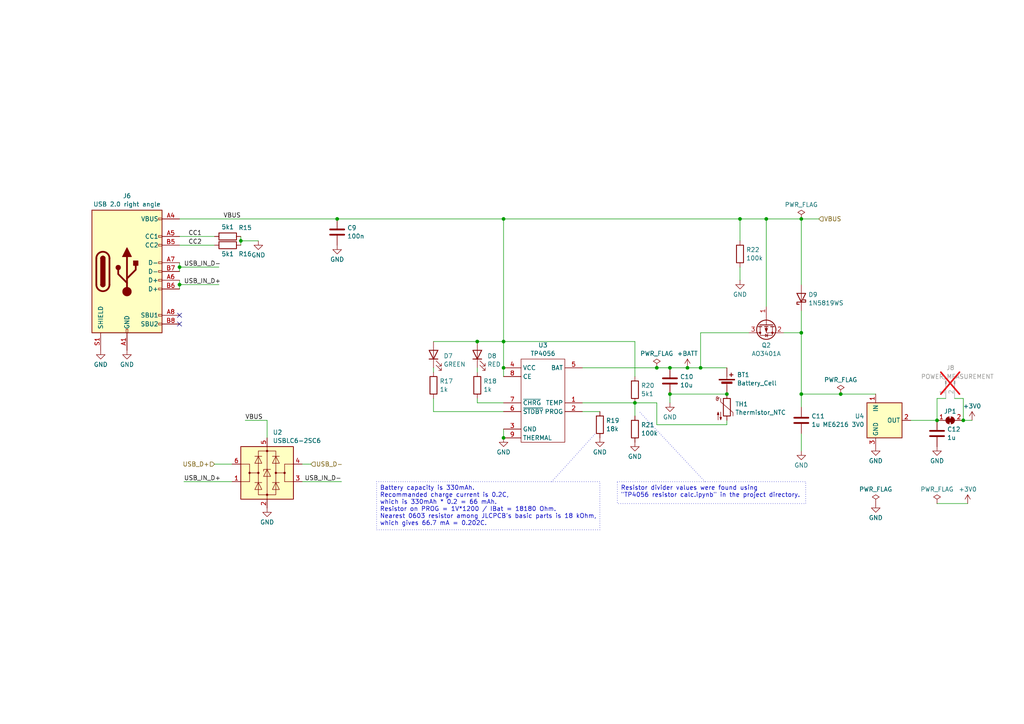
<source format=kicad_sch>
(kicad_sch (version 20230121) (generator eeschema)
  (paper "A4")
  (lib_symbols
    (symbol "Connector:Conn_01x02_Pin" (pin_names (offset 1.016) hide)
      (property "Reference" "J" (at 0 2.54 0))
      (property "Value" "Conn_01x02_Pin" (at 0 -5.08 0))
      (symbol "Conn_01x02_Pin_1_1"
        (polyline (pts (xy 1.27 -2.54) (xy 0.8636 -2.54)) (stroke (width 0.1524)))
        (polyline (pts (xy 1.27 0) (xy 0.8636 0)) (stroke (width 0.1524)))
        (rectangle (start 0.8636 -2.413) (end 0 -2.667) (stroke (width 0.1524)) (fill (type outline)))
        (rectangle (start 0.8636 0.127) (end 0 -0.127) (stroke (width 0.1524)) (fill (type outline)))
        (pin passive line (at 5.08 0 180) (length 3.81) (name "Pin_1") (number "1"))
        (pin passive line (at 5.08 -2.54 180) (length 3.81) (name "Pin_2") (number "2"))
      )
    )
    (symbol "Connector:USB_C_Receptacle_USB2.0" (pin_names (offset 1.016))
      (property "Reference" "J" (at -10.16 19.05 0))
      (property "Value" "USB_C_Receptacle_USB2.0" (at 19.05 19.05 0))
      (symbol "USB_C_Receptacle_USB2.0_0_0"
        (rectangle (start -0.254 -17.78) (end 0.254 -16.764))
        (rectangle (start 10.16 -14.986) (end 9.144 -15.494))
        (rectangle (start 10.16 -12.446) (end 9.144 -12.954))
        (rectangle (start 10.16 -4.826) (end 9.144 -5.334))
        (rectangle (start 10.16 -2.286) (end 9.144 -2.794))
        (rectangle (start 10.16 0.254) (end 9.144 -0.254))
        (rectangle (start 10.16 2.794) (end 9.144 2.286))
        (rectangle (start 10.16 7.874) (end 9.144 7.366))
        (rectangle (start 10.16 10.414) (end 9.144 9.906))
        (rectangle (start 10.16 15.494) (end 9.144 14.986))
      )
      (symbol "USB_C_Receptacle_USB2.0_0_1"
        (rectangle (start -10.16 17.78) (end 10.16 -17.78) (stroke (width 0.254)) (fill (type background)))
        (arc (start -8.89 -3.81) (mid -6.985 -5.7067) (end -5.08 -3.81) (stroke (width 0.508)))
        (arc (start -7.62 -3.81) (mid -6.985 -4.4423) (end -6.35 -3.81) (stroke (width 0.254)))
        (arc (start -7.62 -3.81) (mid -6.985 -4.4423) (end -6.35 -3.81) (stroke (width 0.254)) (fill (type outline)))
        (rectangle (start -7.62 -3.81) (end -6.35 3.81) (stroke (width 0.254)) (fill (type outline)))
        (arc (start -6.35 3.81) (mid -6.985 4.4423) (end -7.62 3.81) (stroke (width 0.254)))
        (arc (start -6.35 3.81) (mid -6.985 4.4423) (end -7.62 3.81) (stroke (width 0.254)) (fill (type outline)))
        (arc (start -5.08 3.81) (mid -6.985 5.7067) (end -8.89 3.81) (stroke (width 0.508)))
        (circle (center -2.54 1.143) (radius 0.635) (stroke (width 0.254)) (fill (type outline)))
        (circle (center 0 -5.842) (radius 1.27) (fill (type outline)))
        (polyline (pts (xy -8.89 -3.81) (xy -8.89 3.81)) (stroke (width 0.508)))
        (polyline (pts (xy -5.08 3.81) (xy -5.08 -3.81)) (stroke (width 0.508)))
        (polyline (pts (xy 0 -5.842) (xy 0 4.318)) (stroke (width 0.508)))
        (polyline (pts (xy 0 -3.302) (xy -2.54 -0.762) (xy -2.54 0.508)) (stroke (width 0.508)))
        (polyline (pts (xy 0 -2.032) (xy 2.54 0.508) (xy 2.54 1.778)) (stroke (width 0.508)))
        (polyline (pts (xy -1.27 4.318) (xy 0 6.858) (xy 1.27 4.318) (xy -1.27 4.318)) (stroke (width 0.254)) (fill (type outline)))
        (rectangle (start 1.905 1.778) (end 3.175 3.048) (stroke (width 0.254)) (fill (type outline)))
      )
      (symbol "USB_C_Receptacle_USB2.0_1_1"
        (pin passive line (at 0 -22.86 90) (length 5.08) (name "GND") (number "A1"))
        (pin passive line (at 0 -22.86 90) (length 5.08) hide (name "GND") (number "A12"))
        (pin passive line (at 15.24 15.24 180) (length 5.08) (name "VBUS") (number "A4"))
        (pin bidirectional line (at 15.24 10.16 180) (length 5.08) (name "CC1") (number "A5"))
        (pin bidirectional line (at 15.24 -2.54 180) (length 5.08) (name "D+") (number "A6"))
        (pin bidirectional line (at 15.24 2.54 180) (length 5.08) (name "D-") (number "A7"))
        (pin bidirectional line (at 15.24 -12.7 180) (length 5.08) (name "SBU1") (number "A8"))
        (pin passive line (at 15.24 15.24 180) (length 5.08) hide (name "VBUS") (number "A9"))
        (pin passive line (at 0 -22.86 90) (length 5.08) hide (name "GND") (number "B1"))
        (pin passive line (at 0 -22.86 90) (length 5.08) hide (name "GND") (number "B12"))
        (pin passive line (at 15.24 15.24 180) (length 5.08) hide (name "VBUS") (number "B4"))
        (pin bidirectional line (at 15.24 7.62 180) (length 5.08) (name "CC2") (number "B5"))
        (pin bidirectional line (at 15.24 -5.08 180) (length 5.08) (name "D+") (number "B6"))
        (pin bidirectional line (at 15.24 0 180) (length 5.08) (name "D-") (number "B7"))
        (pin bidirectional line (at 15.24 -15.24 180) (length 5.08) (name "SBU2") (number "B8"))
        (pin passive line (at 15.24 15.24 180) (length 5.08) hide (name "VBUS") (number "B9"))
        (pin passive line (at -7.62 -22.86 90) (length 5.08) (name "SHIELD") (number "S1"))
      )
    )
    (symbol "Device:Battery_Cell" (pin_numbers hide) (pin_names (offset 0) hide)
      (property "Reference" "BT" (at 2.54 2.54 0))
      (property "Value" "Battery_Cell" (at 2.54 0 0))
      (symbol "Battery_Cell_0_1"
        (rectangle (start -2.286 1.778) (end 2.286 1.524) (fill (type outline)))
        (rectangle (start -1.524 1.016) (end 1.524 0.508) (fill (type outline)))
        (polyline (pts (xy 0 0.762) (xy 0 0)))
        (polyline (pts (xy 0 1.778) (xy 0 2.54)))
        (polyline (pts (xy 0.762 3.048) (xy 1.778 3.048)) (stroke (width 0.254)))
        (polyline (pts (xy 1.27 3.556) (xy 1.27 2.54)) (stroke (width 0.254)))
      )
      (symbol "Battery_Cell_1_1"
        (pin passive line (at 0 5.08 270) (length 2.54) (name "+") (number "1"))
        (pin passive line (at 0 -2.54 90) (length 2.54) (name "-") (number "2"))
      )
    )
    (symbol "Device:C" (pin_numbers hide) (pin_names (offset 0.254))
      (property "Reference" "C" (at 0.635 2.54 0))
      (property "Value" "C" (at 0.635 -2.54 0))
      (symbol "C_0_1"
        (polyline (pts (xy -2.032 -0.762) (xy 2.032 -0.762)) (stroke (width 0.508)))
        (polyline (pts (xy -2.032 0.762) (xy 2.032 0.762)) (stroke (width 0.508)))
      )
      (symbol "C_1_1"
        (pin passive line (at 0 3.81 270) (length 2.794) (name "~") (number "1"))
        (pin passive line (at 0 -3.81 90) (length 2.794) (name "~") (number "2"))
      )
    )
    (symbol "Device:LED" (pin_numbers hide) (pin_names (offset 1.016) hide)
      (property "Reference" "D" (at 0 2.54 0))
      (property "Value" "LED" (at 0 -2.54 0))
      (symbol "LED_0_1"
        (polyline (pts (xy -1.27 -1.27) (xy -1.27 1.27)) (stroke (width 0.254)))
        (polyline (pts (xy -1.27 0) (xy 1.27 0)))
        (polyline (pts (xy 1.27 -1.27) (xy 1.27 1.27) (xy -1.27 0) (xy 1.27 -1.27)) (stroke (width 0.254)))
        (polyline (pts (xy -3.048 -0.762) (xy -4.572 -2.286) (xy -3.81 -2.286) (xy -4.572 -2.286) (xy -4.572 -1.524)))
        (polyline (pts (xy -1.778 -0.762) (xy -3.302 -2.286) (xy -2.54 -2.286) (xy -3.302 -2.286) (xy -3.302 -1.524)))
      )
      (symbol "LED_1_1"
        (pin passive line (at -3.81 0 0) (length 2.54) (name "K") (number "1"))
        (pin passive line (at 3.81 0 180) (length 2.54) (name "A") (number "2"))
      )
    )
    (symbol "Device:R" (pin_numbers hide) (pin_names (offset 0))
      (property "Reference" "R" (at 2.032 0 90))
      (property "Value" "R" (at 0 0 90))
      (symbol "R_0_1"
        (rectangle (start -1.016 -2.54) (end 1.016 2.54) (stroke (width 0.254)))
      )
      (symbol "R_1_1"
        (pin passive line (at 0 3.81 270) (length 1.27) (name "~") (number "1"))
        (pin passive line (at 0 -3.81 90) (length 1.27) (name "~") (number "2"))
      )
    )
    (symbol "Device:Thermistor_NTC" (pin_numbers hide) (pin_names (offset 0))
      (property "Reference" "TH" (at -4.445 0 90))
      (property "Value" "Thermistor_NTC" (at 3.175 0 90))
      (symbol "Thermistor_NTC_0_1"
        (arc (start -3.048 2.159) (mid -3.0495 2.3143) (end -3.175 2.413))
        (arc (start -3.048 2.159) (mid -2.9736 1.9794) (end -2.794 1.905))
        (arc (start -3.048 2.794) (mid -2.9736 2.6144) (end -2.794 2.54))
        (arc (start -2.794 1.905) (mid -2.6144 1.9794) (end -2.54 2.159))
        (arc (start -2.794 2.54) (mid -2.4393 2.5587) (end -2.159 2.794))
        (arc (start -2.794 3.048) (mid -2.9736 2.9736) (end -3.048 2.794))
        (arc (start -2.54 2.794) (mid -2.6144 2.9736) (end -2.794 3.048))
        (rectangle (start -1.016 2.54) (end 1.016 -2.54) (stroke (width 0.254)))
        (polyline (pts (xy -2.54 2.159) (xy -2.54 2.794)))
        (polyline (pts (xy -1.778 2.54) (xy -1.778 1.524) (xy 1.778 -1.524) (xy 1.778 -2.54)))
        (polyline (pts (xy -2.54 -3.683) (xy -2.54 -1.397) (xy -2.794 -2.159) (xy -2.286 -2.159) (xy -2.54 -1.397) (xy -2.54 -1.651)) (fill (type outline)))
        (polyline (pts (xy -1.778 -1.397) (xy -1.778 -3.683) (xy -2.032 -2.921) (xy -1.524 -2.921) (xy -1.778 -3.683) (xy -1.778 -3.429)) (fill (type outline)))
      )
      (symbol "Thermistor_NTC_1_1"
        (pin passive line (at 0 3.81 270) (length 1.27) (name "~") (number "1"))
        (pin passive line (at 0 -3.81 90) (length 1.27) (name "~") (number "2"))
      )
    )
    (symbol "Diode:1N5819WS" (pin_numbers hide) (pin_names (offset 1.016) hide)
      (property "Reference" "D" (at 0 2.54 0))
      (property "Value" "1N5819WS" (at 0 -2.54 0))
      (symbol "1N5819WS_0_1"
        (polyline (pts (xy 1.27 0) (xy -1.27 0)))
        (polyline (pts (xy 1.27 1.27) (xy 1.27 -1.27) (xy -1.27 0) (xy 1.27 1.27)) (stroke (width 0.254)))
        (polyline (pts (xy -1.905 0.635) (xy -1.905 1.27) (xy -1.27 1.27) (xy -1.27 -1.27) (xy -0.635 -1.27) (xy -0.635 -0.635)) (stroke (width 0.254)))
      )
      (symbol "1N5819WS_1_1"
        (pin passive line (at -3.81 0 0) (length 2.54) (name "K") (number "1"))
        (pin passive line (at 3.81 0 180) (length 2.54) (name "A") (number "2"))
      )
    )
    (symbol "Jumper:SolderJumper_2_Bridged" (pin_names (offset 0) hide)
      (property "Reference" "JP" (at 0 2.032 0))
      (property "Value" "SolderJumper_2_Bridged" (at 0 -2.54 0))
      (symbol "SolderJumper_2_Bridged_0_1"
        (rectangle (start -0.508 0.508) (end 0.508 -0.508) (fill (type outline)))
        (arc (start -0.254 1.016) (mid -1.2656 0) (end -0.254 -1.016))
        (arc (start -0.254 1.016) (mid -1.2656 0) (end -0.254 -1.016) (fill (type outline)))
        (polyline (pts (xy -0.254 1.016) (xy -0.254 -1.016)))
        (polyline (pts (xy 0.254 1.016) (xy 0.254 -1.016)))
        (arc (start 0.254 -1.016) (mid 1.2656 0) (end 0.254 1.016))
        (arc (start 0.254 -1.016) (mid 1.2656 0) (end 0.254 1.016) (fill (type outline)))
      )
      (symbol "SolderJumper_2_Bridged_1_1"
        (pin passive line (at -3.81 0 0) (length 2.54) (name "A") (number "1"))
        (pin passive line (at 3.81 0 180) (length 2.54) (name "B") (number "2"))
      )
    )
    (symbol "Power_Protection:USBLC6-2SC6" (pin_names hide)
      (property "Reference" "U" (at 2.54 8.89 0))
      (property "Value" "USBLC6-2SC6" (at 2.54 -8.89 0))
      (symbol "USBLC6-2SC6_0_1"
        (rectangle (start -7.62 -7.62) (end 7.62 7.62) (stroke (width 0.254)) (fill (type background)))
        (circle (center -5.08 0) (radius 0.254) (fill (type outline)))
        (circle (center -2.54 0) (radius 0.254) (fill (type outline)))
        (rectangle (start -2.54 6.35) (end 2.54 -6.35))
        (circle (center 0 -6.35) (radius 0.254) (fill (type outline)))
        (polyline (pts (xy -5.08 -2.54) (xy -7.62 -2.54)))
        (polyline (pts (xy -5.08 0) (xy -5.08 -2.54)))
        (polyline (pts (xy -5.08 2.54) (xy -7.62 2.54)))
        (polyline (pts (xy -1.524 -2.794) (xy -3.556 -2.794)))
        (polyline (pts (xy -1.524 4.826) (xy -3.556 4.826)))
        (polyline (pts (xy 0 -7.62) (xy 0 -6.35)))
        (polyline (pts (xy 0 -6.35) (xy 0 1.27)))
        (polyline (pts (xy 0 1.27) (xy 0 6.35)))
        (polyline (pts (xy 0 6.35) (xy 0 7.62)))
        (polyline (pts (xy 1.524 -2.794) (xy 3.556 -2.794)))
        (polyline (pts (xy 1.524 4.826) (xy 3.556 4.826)))
        (polyline (pts (xy 5.08 -2.54) (xy 7.62 -2.54)))
        (polyline (pts (xy 5.08 0) (xy 5.08 -2.54)))
        (polyline (pts (xy 5.08 2.54) (xy 7.62 2.54)))
        (polyline (pts (xy -2.54 0) (xy -5.08 0) (xy -5.08 2.54)))
        (polyline (pts (xy 2.54 0) (xy 5.08 0) (xy 5.08 2.54)))
        (polyline (pts (xy -3.556 -4.826) (xy -1.524 -4.826) (xy -2.54 -2.794) (xy -3.556 -4.826)))
        (polyline (pts (xy -3.556 2.794) (xy -1.524 2.794) (xy -2.54 4.826) (xy -3.556 2.794)))
        (polyline (pts (xy -1.016 -1.016) (xy 1.016 -1.016) (xy 0 1.016) (xy -1.016 -1.016)))
        (polyline (pts (xy 1.016 1.016) (xy 0.762 1.016) (xy -1.016 1.016) (xy -1.016 0.508)))
        (polyline (pts (xy 3.556 -4.826) (xy 1.524 -4.826) (xy 2.54 -2.794) (xy 3.556 -4.826)))
        (polyline (pts (xy 3.556 2.794) (xy 1.524 2.794) (xy 2.54 4.826) (xy 3.556 2.794)))
        (circle (center 0 6.35) (radius 0.254) (fill (type outline)))
        (circle (center 2.54 0) (radius 0.254) (fill (type outline)))
        (circle (center 5.08 0) (radius 0.254) (fill (type outline)))
      )
      (symbol "USBLC6-2SC6_1_1"
        (pin passive line (at -10.16 -2.54 0) (length 2.54) (name "I/O1") (number "1"))
        (pin passive line (at 0 -10.16 90) (length 2.54) (name "GND") (number "2"))
        (pin passive line (at 10.16 -2.54 180) (length 2.54) (name "I/O2") (number "3"))
        (pin passive line (at 10.16 2.54 180) (length 2.54) (name "I/O2") (number "4"))
        (pin passive line (at 0 10.16 270) (length 2.54) (name "VBUS") (number "5"))
        (pin passive line (at -10.16 2.54 0) (length 2.54) (name "I/O1") (number "6"))
      )
    )
    (symbol "Transistor_FET:AO3401A" (pin_names hide)
      (property "Reference" "Q" (at 5.08 1.905 0))
      (property "Value" "AO3401A" (at 5.08 0 0))
      (symbol "AO3401A_0_1"
        (polyline (pts (xy 0.254 0) (xy -2.54 0)))
        (polyline (pts (xy 0.254 1.905) (xy 0.254 -1.905)) (stroke (width 0.254)))
        (polyline (pts (xy 0.762 -1.27) (xy 0.762 -2.286)) (stroke (width 0.254)))
        (polyline (pts (xy 0.762 0.508) (xy 0.762 -0.508)) (stroke (width 0.254)))
        (polyline (pts (xy 0.762 2.286) (xy 0.762 1.27)) (stroke (width 0.254)))
        (polyline (pts (xy 2.54 2.54) (xy 2.54 1.778)))
        (polyline (pts (xy 2.54 -2.54) (xy 2.54 0) (xy 0.762 0)))
        (polyline (pts (xy 0.762 1.778) (xy 3.302 1.778) (xy 3.302 -1.778) (xy 0.762 -1.778)))
        (polyline (pts (xy 2.286 0) (xy 1.27 0.381) (xy 1.27 -0.381) (xy 2.286 0)) (fill (type outline)))
        (polyline (pts (xy 2.794 -0.508) (xy 2.921 -0.381) (xy 3.683 -0.381) (xy 3.81 -0.254)))
        (polyline (pts (xy 3.302 -0.381) (xy 2.921 0.254) (xy 3.683 0.254) (xy 3.302 -0.381)))
        (circle (center 1.651 0) (radius 2.794) (stroke (width 0.254)))
        (circle (center 2.54 -1.778) (radius 0.254) (fill (type outline)))
        (circle (center 2.54 1.778) (radius 0.254) (fill (type outline)))
      )
      (symbol "AO3401A_1_1"
        (pin input line (at -5.08 0 0) (length 2.54) (name "G") (number "1"))
        (pin passive line (at 2.54 -5.08 90) (length 2.54) (name "S") (number "2"))
        (pin passive line (at 2.54 5.08 270) (length 2.54) (name "D") (number "3"))
      )
    )
    (symbol "local:ME6216"
      (property "Reference" "U" (at 0 6.35 0))
      (property "Value" "ME6216" (at 2.54 -6.35 0))
      (symbol "ME6216_0_1"
        (rectangle (start -5.08 5.08) (end 5.08 -5.08) (stroke (width 0.254)) (fill (type background)))
      )
      (symbol "ME6216_1_1"
        (pin power_in line (at -2.54 7.62 270) (length 2.54) (name "IN") (number "1"))
        (pin power_out line (at 7.62 0 180) (length 2.54) (name "OUT") (number "2"))
        (pin power_in line (at -2.54 -7.62 90) (length 2.54) (name "GND") (number "3"))
      )
    )
    (symbol "local:TP4056"
      (property "Reference" "U" (at 0 -1.27 0))
      (property "Value" "TP4056" (at 0 1.27 0))
      (symbol "TP4056_0_1"
        (rectangle (start -6.35 26.67) (end 6.35 2.54))
      )
      (symbol "TP4056_1_1"
        (pin input line (at 11.43 13.97 180) (length 5.08) (name "TEMP") (number "1"))
        (pin input line (at 11.43 11.43 180) (length 5.08) (name "PROG") (number "2"))
        (pin input line (at -11.43 6.35 0) (length 5.08) (name "GND") (number "3"))
        (pin power_in line (at -11.43 24.13 0) (length 5.08) (name "VCC") (number "4"))
        (pin passive line (at 11.43 24.13 180) (length 5.08) (name "BAT") (number "5"))
        (pin open_collector line (at -11.43 11.43 0) (length 5.08) (name "~{STDBY}") (number "6"))
        (pin open_collector line (at -11.43 13.97 0) (length 5.08) (name "~{CHRG}") (number "7"))
        (pin input line (at -11.43 21.59 0) (length 5.08) (name "CE") (number "8"))
        (pin input line (at -11.43 3.81 0) (length 5.08) (name "THERMAL") (number "9"))
      )
    )
    (symbol "power:+3V0" (power) (pin_names (offset 0))
      (property "Value" "+3V0" (at 0 3.556 0))
      (symbol "+3V0_0_1"
        (polyline (pts (xy -0.762 1.27) (xy 0 2.54)))
        (polyline (pts (xy 0 0) (xy 0 2.54)))
        (polyline (pts (xy 0 2.54) (xy 0.762 1.27)))
      )
      (symbol "+3V0_1_1"
        (pin power_in line (at 0 0 90) (length 0) hide (name "+3V0") (number "1"))
      )
    )
    (symbol "power:+BATT" (power) (pin_names (offset 0))
      (property "Value" "+BATT" (at 0 3.556 0))
      (symbol "+BATT_0_1"
        (polyline (pts (xy -0.762 1.27) (xy 0 2.54)))
        (polyline (pts (xy 0 0) (xy 0 2.54)))
        (polyline (pts (xy 0 2.54) (xy 0.762 1.27)))
      )
      (symbol "+BATT_1_1"
        (pin power_in line (at 0 0 90) (length 0) hide (name "+BATT") (number "1"))
      )
    )
    (symbol "power:GND" (power) (pin_names (offset 0))
      (property "Value" "GND" (at 0 -3.81 0))
      (symbol "GND_0_1"
        (polyline (pts (xy 0 0) (xy 0 -1.27) (xy 1.27 -1.27) (xy 0 -2.54) (xy -1.27 -1.27) (xy 0 -1.27)))
      )
      (symbol "GND_1_1"
        (pin power_in line (at 0 0 270) (length 0) hide (name "GND") (number "1"))
      )
    )
    (symbol "power:PWR_FLAG" (power) (pin_numbers hide) (pin_names (offset 0) hide)
      (property "Value" "PWR_FLAG" (at 0 3.81 0))
      (symbol "PWR_FLAG_0_0"
        (pin power_out line (at 0 0 90) (length 0) (name "pwr") (number "1"))
      )
      (symbol "PWR_FLAG_0_1"
        (polyline (pts (xy 0 0) (xy 0 1.27) (xy -1.016 1.905) (xy 0 2.54) (xy 1.016 1.905) (xy 0 1.27)))
      )
    )
  )
  (junction (at 222.25 63.5))
  (junction (at 194.31 106.68))
  (junction (at 184.15 116.84))
  (junction (at 138.43 99.06))
  (junction (at 214.63 63.5))
  (junction (at 69.85 69.85))
  (junction (at 190.5 106.68))
  (junction (at 279.4 121.92))
  (junction (at 146.05 63.5))
  (junction (at 146.05 106.68))
  (junction (at 232.41 114.3))
  (junction (at 210.82 114.3))
  (junction (at 194.31 114.3))
  (junction (at 146.05 127))
  (junction (at 52.07 82.55))
  (junction (at 97.79 63.5))
  (junction (at 146.05 99.06))
  (junction (at 232.41 63.5))
  (junction (at 232.41 96.52))
  (junction (at 203.2 106.68))
  (junction (at 243.84 114.3))
  (junction (at 52.07 77.47))
  (junction (at 199.39 106.68))
  (junction (at 271.78 121.92))
  (no_connect (at 52.07 91.44))
  (no_connect (at 52.07 93.98))
  (wire (pts (xy 52.07 77.47) (xy 63.5 77.47)))
  (wire (pts (xy 168.91 116.84) (xy 184.15 116.84)))
  (wire (pts (xy 138.43 115.57) (xy 138.43 116.84)))
  (wire (pts (xy 232.41 96.52) (xy 232.41 114.3)))
  (wire (pts (xy 214.63 69.85) (xy 214.63 63.5)))
  (wire (pts (xy 52.07 77.47) (xy 52.07 78.74)))
  (wire (pts (xy 62.23 134.62) (xy 67.31 134.62)))
  (wire (pts (xy 214.63 63.5) (xy 222.25 63.5)))
  (wire (pts (xy 146.05 99.06) (xy 146.05 106.68)))
  (polyline (pts (xy 204.47 139.7) (xy 185.42 119.38)) (stroke (width 0) (type dot)))
  (wire (pts (xy 146.05 124.46) (xy 146.05 127)))
  (wire (pts (xy 190.5 116.84) (xy 184.15 116.84)))
  (wire (pts (xy 168.91 106.68) (xy 190.5 106.68)))
  (wire (pts (xy 281.94 121.92) (xy 279.4 121.92)))
  (wire (pts (xy 243.84 114.3) (xy 254 114.3)))
  (wire (pts (xy 52.07 63.5) (xy 97.79 63.5)))
  (wire (pts (xy 138.43 99.06) (xy 146.05 99.06)))
  (wire (pts (xy 184.15 116.84) (xy 184.15 120.65)))
  (wire (pts (xy 69.85 69.85) (xy 69.85 71.12)))
  (wire (pts (xy 279.4 115.57) (xy 279.4 121.92)))
  (wire (pts (xy 168.91 119.38) (xy 173.99 119.38)))
  (wire (pts (xy 52.07 76.2) (xy 52.07 77.47)))
  (wire (pts (xy 146.05 63.5) (xy 214.63 63.5)))
  (wire (pts (xy 52.07 82.55) (xy 52.07 83.82)))
  (wire (pts (xy 190.5 123.19) (xy 190.5 116.84)))
  (wire (pts (xy 190.5 123.19) (xy 210.82 123.19)))
  (wire (pts (xy 232.41 82.55) (xy 232.41 63.5)))
  (wire (pts (xy 69.85 68.58) (xy 69.85 69.85)))
  (wire (pts (xy 232.41 114.3) (xy 243.84 114.3)))
  (wire (pts (xy 232.41 114.3) (xy 232.41 118.11)))
  (wire (pts (xy 62.23 68.58) (xy 52.07 68.58)))
  (wire (pts (xy 71.12 121.92) (xy 77.47 121.92)))
  (wire (pts (xy 194.31 114.3) (xy 210.82 114.3)))
  (wire (pts (xy 194.31 106.68) (xy 199.39 106.68)))
  (wire (pts (xy 222.25 63.5) (xy 222.25 88.9)))
  (wire (pts (xy 62.23 71.12) (xy 52.07 71.12)))
  (wire (pts (xy 52.07 82.55) (xy 63.5 82.55)))
  (polyline (pts (xy 160.02 139.7) (xy 172.72 125.73)) (stroke (width 0) (type dot)))
  (wire (pts (xy 232.41 125.73) (xy 232.41 130.81)))
  (wire (pts (xy 125.73 119.38) (xy 146.05 119.38)))
  (wire (pts (xy 138.43 107.95) (xy 138.43 106.68)))
  (wire (pts (xy 232.41 63.5) (xy 237.49 63.5)))
  (wire (pts (xy 271.78 115.57) (xy 271.78 121.92)))
  (wire (pts (xy 214.63 77.47) (xy 214.63 81.28)))
  (wire (pts (xy 53.34 139.7) (xy 67.31 139.7)))
  (wire (pts (xy 217.17 96.52) (xy 203.2 96.52)))
  (wire (pts (xy 232.41 90.17) (xy 232.41 96.52)))
  (wire (pts (xy 203.2 96.52) (xy 203.2 106.68)))
  (wire (pts (xy 87.63 139.7) (xy 99.06 139.7)))
  (wire (pts (xy 97.79 63.5) (xy 146.05 63.5)))
  (wire (pts (xy 146.05 63.5) (xy 146.05 99.06)))
  (wire (pts (xy 210.82 123.19) (xy 210.82 121.92)))
  (wire (pts (xy 276.86 115.57) (xy 279.4 115.57)))
  (wire (pts (xy 274.32 115.57) (xy 271.78 115.57)))
  (wire (pts (xy 190.5 106.68) (xy 194.31 106.68)))
  (wire (pts (xy 125.73 99.06) (xy 138.43 99.06)))
  (wire (pts (xy 184.15 109.22) (xy 184.15 99.06)))
  (wire (pts (xy 138.43 116.84) (xy 146.05 116.84)))
  (wire (pts (xy 227.33 96.52) (xy 232.41 96.52)))
  (wire (pts (xy 125.73 115.57) (xy 125.73 119.38)))
  (wire (pts (xy 271.78 146.05) (xy 280.67 146.05)))
  (wire (pts (xy 146.05 99.06) (xy 184.15 99.06)))
  (wire (pts (xy 52.07 81.28) (xy 52.07 82.55)))
  (wire (pts (xy 264.16 121.92) (xy 271.78 121.92)))
  (wire (pts (xy 69.85 69.85) (xy 74.93 69.85)))
  (wire (pts (xy 87.63 134.62) (xy 90.17 134.62)))
  (wire (pts (xy 203.2 106.68) (xy 210.82 106.68)))
  (wire (pts (xy 199.39 106.68) (xy 203.2 106.68)))
  (wire (pts (xy 146.05 106.68) (xy 146.05 109.22)))
  (wire (pts (xy 77.47 121.92) (xy 77.47 127)))
  (wire (pts (xy 232.41 63.5) (xy 222.25 63.5)))
  (wire (pts (xy 125.73 107.95) (xy 125.73 106.68)))
  (wire (pts (xy 194.31 116.84) (xy 194.31 114.3)))
  (text_box "Battery capacity is 330mAh.\nRecommanded charge current is 0.2C,\nwhich is 330mAh * 0.2 = 66 mAh.\nResistor on PROG = 1V*1200 / IBat = 18180 Ohm.\nNearest 0603 resistor among JLCPCB's basic parts is 18 kOhm,\nwhich gives 66.7 mA = 0.202C." (at 109.22 139.7 0) (size 64.77 13.97) (stroke (width 0) (type dot)) (effects (font (size 1.27 1.27)) (justify left top)))
  (text_box "Resistor divider values were found using\n\"TP4056 resistor calc.ipynb\" in the project directory." (at 179.07 139.7 0) (size 54.61 6.35) (stroke (width 0) (type dot)) (effects (font (size 1.27 1.27)) (justify left top)))
  (label "CC1" (at 54.61 68.58 0))
  (label "VBUS" (at 64.77 63.5 0))
  (label "VBUS" (at 71.12 121.92 0))
  (label "USB_IN_D-" (at 53.34 77.47 0))
  (label "USB_IN_D+" (at 53.34 82.55 0))
  (label "USB_IN_D-" (at 99.06 139.7 180))
  (label "CC2" (at 54.61 71.12 0))
  (label "USB_IN_D+" (at 53.34 139.7 0))
  (hierarchical_label "USB_D-" (shape input) (at 90.17 134.62 0))
  (hierarchical_label "USB_D+" (shape input) (at 62.23 134.62 180))
  (hierarchical_label "VBUS" (shape input) (at 237.49 63.5 0))
  (symbol (lib_id "power:PWR_FLAG") (at 243.84 114.3 0) (unit 1)
    (property "Reference" "#FLG03" (effects hide))
    (property "Value" "PWR_FLAG" (at 243.84 110.1669 0))
  )
  (symbol (lib_id "Connector:USB_C_Receptacle_USB2.0") (at 36.83 78.74 0) (unit 1)
    (property "Reference" "J6" (at 36.83 56.8157 0))
    (property "Value" "USB 2.0 right angle" (at 36.83 59.2399 0))
    (property "Footprint" "Connector_USB:USB_C_Receptacle_G-Switch_GT-USB-7010ASV" (effects hide))
    (property "Datasheet" "https://www.usb.org/sites/default/files/documents/usb_type-c.zip" (effects hide))
    (property "LCSC" "C2988369" (effects hide))
  )
  (symbol (lib_id "local:TP4056") (at 157.48 130.81 0) (unit 1)
    (property "Reference" "U3" (at 157.48 100.1227 0))
    (property "Value" "TP4056" (at 157.48 102.5469 0))
    (property "Footprint" "Package_SO:SOP-8-1EP_4.57x4.57mm_P1.27mm_EP4.57x4.45mm" (effects hide))
    (property "Datasheet" "https://dlnmh9ip6v2uc.cloudfront.net/datasheets/Prototyping/TP4056.pdf" (effects hide))
    (property "LCSC" "C16581" (effects hide))
  )
  (symbol (lib_id "Device:R") (at 173.99 123.19 0) (unit 1)
    (property "Reference" "R19" (at 175.768 121.9779 0) (effects (justify left)))
    (property "Value" "18k" (at 175.768 124.4021 0) (effects (justify left)))
    (property "Footprint" "Resistor_SMD:R_0603_1608Metric" (effects hide))
  )
  (symbol (lib_id "power:GND") (at 74.93 69.85 0) (unit 1)
    (property "Reference" "#PWR038" (effects hide))
    (property "Value" "GND" (at 74.93 73.9831 0))
  )
  (symbol (lib_id "power:GND") (at 29.21 101.6 0) (unit 1)
    (property "Reference" "#PWR034" (effects hide))
    (property "Value" "GND" (at 29.21 105.7331 0))
  )
  (symbol (lib_id "power:+3V0") (at 281.94 121.92 0) (unit 1)
    (property "Reference" "#PWR051" (effects hide))
    (property "Value" "+3V0" (at 281.94 117.7869 0))
  )
  (symbol (lib_id "power:GND") (at 184.15 128.27 0) (unit 1)
    (property "Reference" "#PWR042" (effects hide))
    (property "Value" "GND" (at 184.15 132.4031 0))
  )
  (symbol (lib_id "local:ME6216") (at 256.54 121.92 0) (unit 1)
    (property "Reference" "U4" (at 250.698 120.7079 0) (effects (justify right)))
    (property "Value" "ME6216 3V0" (at 250.698 123.1321 0) (effects (justify right)))
    (property "Footprint" "Package_TO_SOT_SMD:SOT-23" (effects hide))
    (property "Datasheet" "https://datasheet.lcsc.com/szlcsc/2011191435_MICRONE-Nanjing-Micro-One-Elec-ME6216A36M3G_C236654.pdf" (effects hide))
    (property "LCSC" "C236656" (effects hide))
  )
  (symbol (lib_id "Transistor_FET:AO3401A") (at 222.25 93.98 90) (mirror x) (unit 1)
    (property "Reference" "Q2" (at 222.25 100.1451 90))
    (property "Value" "AO3401A" (at 222.25 102.5693 90))
    (property "Footprint" "Package_TO_SOT_SMD:SOT-23" (effects hide))
    (property "Datasheet" "http://www.aosmd.com/pdfs/datasheet/AO3401A.pdf" (effects hide))
    (property "LCSC" "AO3401A" (effects hide))
  )
  (symbol (lib_id "Device:R") (at 66.04 71.12 90) (unit 1)
    (property "Reference" "R16" (at 71.12 73.66 90))
    (property "Value" "5k1" (at 66.04 73.66 90))
    (property "Footprint" "Resistor_SMD:R_0402_1005Metric" (effects hide))
    (property "LCSC" "C25905" (effects hide))
  )
  (symbol (lib_id "Diode:1N5819WS") (at 232.41 86.36 90) (unit 1)
    (property "Reference" "D9" (at 234.442 85.4654 90) (effects (justify right)))
    (property "Value" "1N5819WS" (at 234.442 87.8896 90) (effects (justify right)))
    (property "Footprint" "Diode_SMD:D_SOD-323" (effects hide))
    (property "Datasheet" "https://datasheet.lcsc.com/lcsc/2204281430_Guangdong-Hottech-1N5819WS_C191023.pdf" (effects hide))
    (property "LCSC" "C191023" (effects hide))
  )
  (symbol (lib_id "Device:LED") (at 125.73 102.87 90) (unit 1)
    (property "Reference" "D7" (at 128.651 103.2454 90) (effects (justify right)))
    (property "Value" "GREEN" (at 128.651 105.6696 90) (effects (justify right)))
    (property "Footprint" "LED_SMD:LED_0603_1608Metric" (effects hide))
    (property "LCSC" "C72043" (effects hide))
  )
  (symbol (lib_id "power:GND") (at 173.99 127 0) (unit 1)
    (property "Reference" "#PWR041" (effects hide))
    (property "Value" "GND" (at 173.99 131.1331 0))
  )
  (symbol (lib_id "Device:R") (at 214.63 73.66 0) (unit 1)
    (property "Reference" "R22" (at 216.408 72.4479 0) (effects (justify left)))
    (property "Value" "100k" (at 216.408 74.8721 0) (effects (justify left)))
    (property "Footprint" "Resistor_SMD:R_0402_1005Metric" (effects hide))
  )
  (symbol (lib_id "power:GND") (at 254 129.54 0) (unit 1)
    (property "Reference" "#PWR047" (effects hide))
    (property "Value" "GND" (at 254 133.6731 0))
  )
  (symbol (lib_id "power:GND") (at 194.31 116.84 0) (unit 1)
    (property "Reference" "#PWR043" (effects hide))
    (property "Value" "GND" (at 194.31 120.9731 0))
  )
  (symbol (lib_id "Device:C") (at 232.41 121.92 0) (unit 1)
    (property "Reference" "C11" (at 235.331 120.7079 0) (effects (justify left)))
    (property "Value" "1u" (at 235.331 123.1321 0) (effects (justify left)))
    (property "Footprint" "Capacitor_SMD:C_0402_1005Metric" (effects hide))
    (property "LCSC" "C15849" (effects hide))
  )
  (symbol (lib_id "power:GND") (at 214.63 81.28 0) (unit 1)
    (property "Reference" "#PWR045" (effects hide))
    (property "Value" "GND" (at 214.63 85.4131 0))
  )
  (symbol (lib_id "Device:LED") (at 138.43 102.87 90) (unit 1)
    (property "Reference" "D8" (at 141.351 103.2454 90) (effects (justify right)))
    (property "Value" "RED" (at 141.351 105.6696 90) (effects (justify right)))
    (property "Footprint" "LED_SMD:LED_0603_1608Metric" (effects hide))
    (property "LCSC" "C2286" (effects hide))
  )
  (symbol (lib_id "power:PWR_FLAG") (at 271.78 146.05 0) (unit 1)
    (property "Reference" "#FLG05" (effects hide))
    (property "Value" "PWR_FLAG" (at 271.78 141.9169 0))
  )
  (symbol (lib_id "Power_Protection:USBLC6-2SC6") (at 77.47 137.16 0) (unit 1)
    (property "Reference" "U2" (at 79.1211 125.3957 0) (effects (justify left)))
    (property "Value" "USBLC6-2SC6" (at 79.1211 127.8199 0) (effects (justify left)))
    (property "Footprint" "Package_TO_SOT_SMD:SOT-23-6" (effects hide))
    (property "Datasheet" "https://www.st.com/resource/en/datasheet/usblc6-2.pdf" (effects hide))
    (property "LCSC" "C2687116" (effects hide))
  )
  (symbol (lib_id "power:PWR_FLAG") (at 190.5 106.68 0) (unit 1)
    (property "Reference" "#FLG01" (effects hide))
    (property "Value" "PWR_FLAG" (at 190.5 102.5469 0))
  )
  (symbol (lib_id "Device:R") (at 138.43 111.76 0) (unit 1)
    (property "Reference" "R18" (at 140.208 110.5479 0) (effects (justify left)))
    (property "Value" "1k" (at 140.208 112.9721 0) (effects (justify left)))
    (property "Footprint" "Resistor_SMD:R_0402_1005Metric" (effects hide))
  )
  (symbol (lib_id "Device:C") (at 194.31 110.49 0) (unit 1)
    (property "Reference" "C10" (at 197.231 109.2779 0) (effects (justify left)))
    (property "Value" "10u" (at 197.231 111.7021 0) (effects (justify left)))
    (property "Footprint" "Capacitor_SMD:C_0603_1608Metric" (effects hide))
    (property "LCSC" "C19702" (effects hide))
  )
  (symbol (lib_id "Jumper:SolderJumper_2_Bridged") (at 275.59 121.92 0) (unit 1) (in_bom no)
    (property "Reference" "JP1" (at 275.59 119.3109 0))
    (property "Value" "SolderJumper_2_Bridged" (effects hide))
    (property "Footprint" "Jumper:SolderJumper-2_P1.3mm_Bridged2Bar_Pad1.0x1.5mm" (effects hide))
  )
  (symbol (lib_id "Device:R") (at 66.04 68.58 90) (unit 1)
    (property "Reference" "R15" (at 71.12 66.04 90))
    (property "Value" "5k1" (at 66.04 65.8439 90))
    (property "Footprint" "Resistor_SMD:R_0402_1005Metric" (effects hide))
    (property "LCSC" "C25905" (effects hide))
  )
  (symbol (lib_id "Device:C") (at 271.78 125.73 0) (unit 1)
    (property "Reference" "C12" (at 274.701 124.5179 0) (effects (justify left)))
    (property "Value" "1u" (at 274.701 126.9421 0) (effects (justify left)))
    (property "Footprint" "Capacitor_SMD:C_0402_1005Metric" (effects hide))
    (property "LCSC" "C15849" (effects hide))
  )
  (symbol (lib_id "power:GND") (at 232.41 130.81 0) (unit 1)
    (property "Reference" "#PWR046" (effects hide))
    (property "Value" "GND" (at 232.41 134.9431 0))
  )
  (symbol (lib_id "Connector:Conn_01x02_Pin") (at 274.32 110.49 90) (mirror x) (unit 1) (in_bom no) (dnp yes)
    (property "Reference" "J8" (at 276.86 106.68 90) (effects (justify left)))
    (property "Value" "POWER_MEASUREMENT" (at 288.29 109.22 90) (effects (justify left)))
    (property "Footprint" "Connector_PinHeader_2.54mm:PinHeader_1x02_P2.54mm_Horizontal" (effects hide))
  )
  (symbol (lib_id "power:GND") (at 36.83 101.6 0) (unit 1)
    (property "Reference" "#PWR036" (effects hide))
    (property "Value" "GND" (at 36.83 105.7331 0))
  )
  (symbol (lib_id "power:GND") (at 254 146.05 0) (unit 1)
    (property "Reference" "#PWR048" (effects hide))
    (property "Value" "GND" (at 254 150.1831 0))
  )
  (symbol (lib_id "power:GND") (at 271.78 129.54 0) (unit 1)
    (property "Reference" "#PWR049" (effects hide))
    (property "Value" "GND" (at 271.78 133.6731 0))
  )
  (symbol (lib_id "power:+BATT") (at 199.39 106.68 0) (unit 1)
    (property "Reference" "#PWR044" (effects hide))
    (property "Value" "+BATT" (at 199.39 102.5469 0))
  )
  (symbol (lib_id "power:GND") (at 77.47 147.32 0) (unit 1)
    (property "Reference" "#PWR039" (effects hide))
    (property "Value" "GND" (at 77.47 151.4531 0))
  )
  (symbol (lib_id "Device:R") (at 125.73 111.76 0) (unit 1)
    (property "Reference" "R17" (at 127.508 110.5479 0) (effects (justify left)))
    (property "Value" "1k" (at 127.508 112.9721 0) (effects (justify left)))
    (property "Footprint" "Resistor_SMD:R_0402_1005Metric" (effects hide))
  )
  (symbol (lib_id "power:GND") (at 97.79 71.12 0) (unit 1)
    (property "Reference" "#PWR040" (effects hide))
    (property "Value" "GND" (at 97.79 75.2531 0))
  )
  (symbol (lib_id "power:PWR_FLAG") (at 254 146.05 0) (unit 1)
    (property "Reference" "#FLG04" (effects hide))
    (property "Value" "PWR_FLAG" (at 254 141.9169 0))
  )
  (symbol (lib_id "Device:Thermistor_NTC") (at 210.82 118.11 0) (unit 1)
    (property "Reference" "TH1" (at 213.233 117.2154 0) (effects (justify left)))
    (property "Value" "Thermistor_NTC" (at 213.233 119.6396 0) (effects (justify left)))
    (property "Footprint" "Resistor_THT:R_Axial_DIN0204_L3.6mm_D1.6mm_P5.08mm_Horizontal" (effects hide))
    (property "LCSC" "C267088" (effects hide))
  )
  (symbol (lib_id "Device:R") (at 184.15 113.03 0) (unit 1)
    (property "Reference" "R20" (at 185.928 111.8179 0) (effects (justify left)))
    (property "Value" "5k1" (at 185.928 114.2421 0) (effects (justify left)))
    (property "Footprint" "Resistor_SMD:R_0402_1005Metric" (effects hide))
  )
  (symbol (lib_id "Device:Battery_Cell") (at 210.82 111.76 0) (unit 1)
    (property "Reference" "BT1" (at 213.741 108.7064 0) (effects (justify left)))
    (property "Value" "Battery_Cell" (at 213.741 111.1306 0) (effects (justify left)))
    (property "Footprint" "Connector_JST:JST_PH_S2B-PH-SM4-TB_1x02-1MP_P2.00mm_Horizontal" (effects hide))
    (property "MPN" "S2B-PH-SM4-TB(LF)(SN)" (effects hide))
    (property "LCSC" "C295747" (effects hide))
  )
  (symbol (lib_id "Device:C") (at 97.79 67.31 0) (unit 1)
    (property "Reference" "C9" (at 100.711 66.0979 0) (effects (justify left)))
    (property "Value" "100n" (at 100.711 68.5221 0) (effects (justify left)))
    (property "Footprint" "Capacitor_SMD:C_0402_1005Metric" (effects hide))
  )
  (symbol (lib_id "Device:R") (at 184.15 124.46 0) (unit 1)
    (property "Reference" "R21" (at 185.928 123.2479 0) (effects (justify left)))
    (property "Value" "100k" (at 185.928 125.6721 0) (effects (justify left)))
    (property "Footprint" "Resistor_SMD:R_0402_1005Metric" (effects hide))
  )
  (symbol (lib_id "power:GND") (at 146.05 127 0) (unit 1)
    (property "Reference" "#PWR066" (effects hide))
    (property "Value" "GND" (at 146.05 131.1331 0))
  )
  (symbol (lib_id "power:+3V0") (at 280.67 146.05 0) (unit 1)
    (property "Reference" "#PWR050" (effects hide))
    (property "Value" "+3V0" (at 280.67 141.9169 0))
  )
  (symbol (lib_id "power:PWR_FLAG") (at 232.41 63.5 0) (unit 1)
    (property "Reference" "#FLG02" (effects hide))
    (property "Value" "PWR_FLAG" (at 232.41 59.3669 0))
  )
)
</source>
